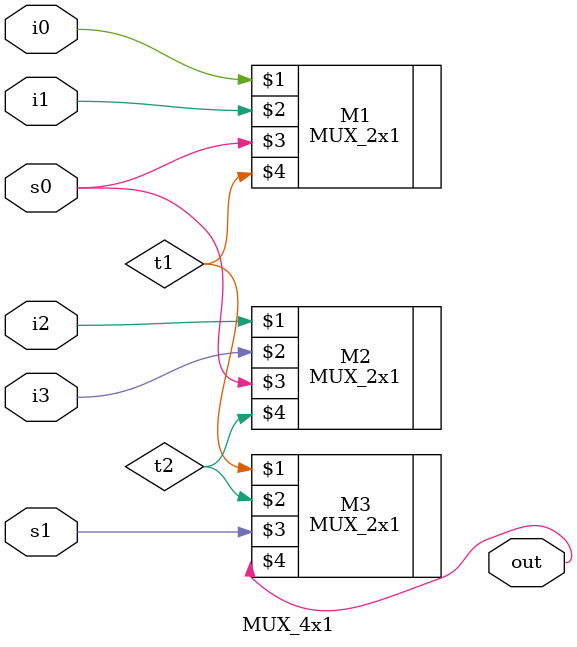
<source format=v>
module MUX_4x1(input i0 , i1, i2, i3, s0 , s1 , output out) ;
	wire t1 , t2 ; 

	MUX_2x1 M1(i0 , i1 ,s0 , t1) ;
	MUX_2x1 M2(i2 , i3, s0 , t2) ; 
	MUX_2x1 M3(t1 , t2 , s1 ,out) ; 

endmodule 
</source>
